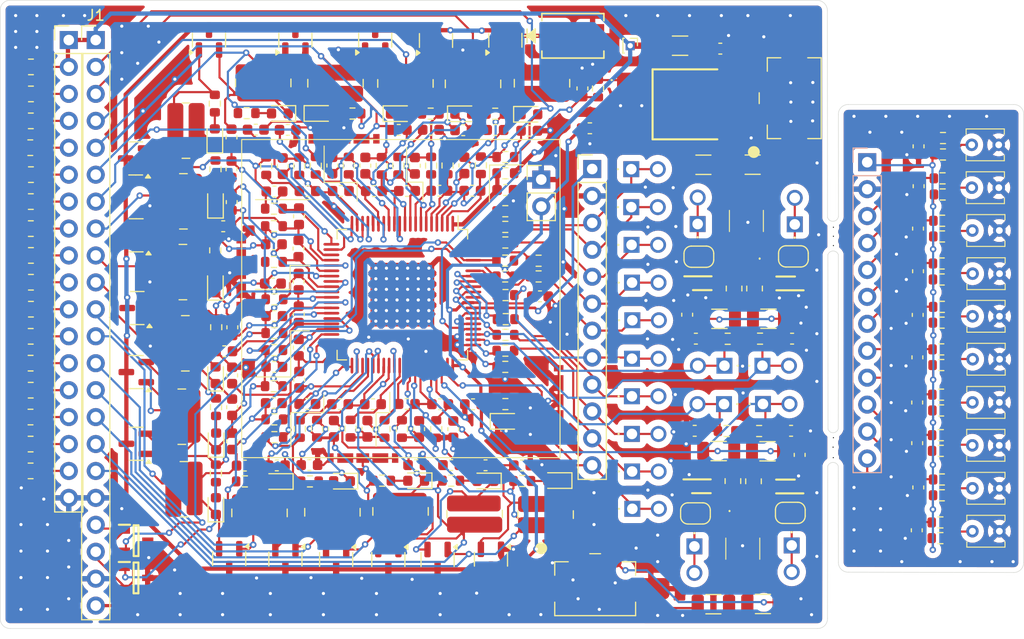
<source format=kicad_pcb>
(kicad_pcb
	(version 20240108)
	(generator "pcbnew")
	(generator_version "8.0")
	(general
		(thickness 1.6)
		(legacy_teardrops no)
	)
	(paper "A4")
	(layers
		(0 "F.Cu" signal)
		(1 "In1.Cu" signal)
		(2 "In2.Cu" signal)
		(31 "B.Cu" signal)
		(32 "B.Adhes" user "B.Adhesive")
		(33 "F.Adhes" user "F.Adhesive")
		(34 "B.Paste" user)
		(35 "F.Paste" user)
		(36 "B.SilkS" user "B.Silkscreen")
		(37 "F.SilkS" user "F.Silkscreen")
		(38 "B.Mask" user)
		(39 "F.Mask" user)
		(40 "Dwgs.User" user "User.Drawings")
		(41 "Cmts.User" user "User.Comments")
		(42 "Eco1.User" user "User.Eco1")
		(43 "Eco2.User" user "User.Eco2")
		(44 "Edge.Cuts" user)
		(45 "Margin" user)
		(46 "B.CrtYd" user "B.Courtyard")
		(47 "F.CrtYd" user "F.Courtyard")
		(48 "B.Fab" user)
		(49 "F.Fab" user)
		(50 "User.1" user)
		(51 "User.2" user)
		(52 "User.3" user)
		(53 "User.4" user)
		(54 "User.5" user)
		(55 "User.6" user)
		(56 "User.7" user)
		(57 "User.8" user)
		(58 "User.9" user)
	)
	(setup
		(stackup
			(layer "F.SilkS"
				(type "Top Silk Screen")
			)
			(layer "F.Paste"
				(type "Top Solder Paste")
			)
			(layer "F.Mask"
				(type "Top Solder Mask")
				(thickness 0.01)
			)
			(layer "F.Cu"
				(type "copper")
				(thickness 0.035)
			)
			(layer "dielectric 1"
				(type "prepreg")
				(thickness 0.1)
				(material "FR4")
				(epsilon_r 4.5)
				(loss_tangent 0.02)
			)
			(layer "In1.Cu"
				(type "copper")
				(thickness 0.035)
			)
			(layer "dielectric 2"
				(type "core")
				(thickness 1.24)
				(material "FR4")
				(epsilon_r 4.5)
				(loss_tangent 0.02)
			)
			(layer "In2.Cu"
				(type "copper")
				(thickness 0.035)
			)
			(layer "dielectric 3"
				(type "prepreg")
				(thickness 0.1)
				(material "FR4")
				(epsilon_r 4.5)
				(loss_tangent 0.02)
			)
			(layer "B.Cu"
				(type "copper")
				(thickness 0.035)
			)
			(layer "B.Mask"
				(type "Bottom Solder Mask")
				(thickness 0.01)
			)
			(layer "B.Paste"
				(type "Bottom Solder Paste")
			)
			(layer "B.SilkS"
				(type "Bottom Silk Screen")
			)
			(copper_finish "None")
			(dielectric_constraints no)
		)
		(pad_to_mask_clearance 0)
		(allow_soldermask_bridges_in_footprints no)
		(pcbplotparams
			(layerselection 0x00010fc_ffffffff)
			(plot_on_all_layers_selection 0x0000000_00000000)
			(disableapertmacros no)
			(usegerberextensions no)
			(usegerberattributes yes)
			(usegerberadvancedattributes yes)
			(creategerberjobfile yes)
			(dashed_line_dash_ratio 12.000000)
			(dashed_line_gap_ratio 3.000000)
			(svgprecision 4)
			(plotframeref no)
			(viasonmask no)
			(mode 1)
			(useauxorigin no)
			(hpglpennumber 1)
			(hpglpenspeed 20)
			(hpglpendiameter 15.000000)
			(pdf_front_fp_property_popups yes)
			(pdf_back_fp_property_popups yes)
			(dxfpolygonmode yes)
			(dxfimperialunits yes)
			(dxfusepcbnewfont yes)
			(psnegative no)
			(psa4output no)
			(plotreference yes)
			(plotvalue yes)
			(plotfptext yes)
			(plotinvisibletext no)
			(sketchpadsonfab no)
			(subtractmaskfromsilk no)
			(outputformat 1)
			(mirror no)
			(drillshape 0)
			(scaleselection 1)
			(outputdirectory "gerber/")
		)
	)
	(net 0 "")
	(net 1 "/FilterBalancingNetwork/CB")
	(net 2 "/FilterBalancingNetwork/CB:A")
	(net 3 "/FilterBalancingNetwork/CA")
	(net 4 "/Cell 15{slash}16")
	(net 5 "/S16P")
	(net 6 "/Cell 15{slash}14")
	(net 7 "/S15P")
	(net 8 "/FilterBalancingNetwork1/CB:A")
	(net 9 "/FilterBalancingNetwork1/CB")
	(net 10 "/FilterBalancingNetwork1/CA")
	(net 11 "/Cell 14{slash}13")
	(net 12 "/S14P")
	(net 13 "/Cell 13{slash}12")
	(net 14 "/S13P")
	(net 15 "/FilterBalancingNetwork2/CB:A")
	(net 16 "/FilterBalancingNetwork2/CB")
	(net 17 "/FilterBalancingNetwork2/CA")
	(net 18 "/Cell 12{slash}11")
	(net 19 "/S12P")
	(net 20 "/S11P")
	(net 21 "/Cell 11{slash}10")
	(net 22 "/FilterBalancingNetwork3/CB:A")
	(net 23 "/FilterBalancingNetwork3/CB")
	(net 24 "/FilterBalancingNetwork3/CA")
	(net 25 "/S10P")
	(net 26 "/Cell 10{slash}9")
	(net 27 "/S9P")
	(net 28 "/Cell 9{slash}8")
	(net 29 "/FilterBalancingNetwork4/CB:A")
	(net 30 "/FilterBalancingNetwork4/CB")
	(net 31 "/FilterBalancingNetwork4/CA")
	(net 32 "/S8P")
	(net 33 "/Cell 8{slash}7")
	(net 34 "/Cell 7{slash}6")
	(net 35 "/S7P")
	(net 36 "/FilterBalancingNetwork5/CB:A")
	(net 37 "/FilterBalancingNetwork5/CB")
	(net 38 "/FilterBalancingNetwork5/CA")
	(net 39 "/S6P")
	(net 40 "/Cell 6{slash}5")
	(net 41 "/Cell 5{slash}4")
	(net 42 "/S5P")
	(net 43 "/FilterBalancingNetwork6/CB")
	(net 44 "/FilterBalancingNetwork6/CB:A")
	(net 45 "/FilterBalancingNetwork6/CA")
	(net 46 "/S4P")
	(net 47 "/Cell 4{slash}3")
	(net 48 "/S3P")
	(net 49 "/FilterBalancingNetwork7/CB:A")
	(net 50 "/FilterBalancingNetwork7/CB")
	(net 51 "/FilterBalancingNetwork7/CA")
	(net 52 "/S2P")
	(net 53 "GND")
	(net 54 "/S1P")
	(net 55 "Net-(U1-V+)")
	(net 56 "Net-(U1-DRIVE)")
	(net 57 "Net-(U1-VREF1)")
	(net 58 "+5V")
	(net 59 "Net-(Q1-C)")
	(net 60 "Net-(U1-IPB)")
	(net 61 "Net-(U1-CSB(IMA))")
	(net 62 "Net-(U1-IMB)")
	(net 63 "Net-(U1-SCK(IPA))")
	(net 64 "Net-(C11-Pad2)")
	(net 65 "Net-(C12-Pad2)")
	(net 66 "Net-(J10-Pin_1)")
	(net 67 "Clamp")
	(net 68 "Net-(J11-Pin_1)")
	(net 69 "Net-(D4-A2)")
	(net 70 "Net-(D5-A2)")
	(net 71 "Net-(D6-A2)")
	(net 72 "Net-(D7-A2)")
	(net 73 "Net-(D18-A)")
	(net 74 "Net-(D21-A)")
	(net 75 "Net-(D22-A)")
	(net 76 "Net-(D8-A)")
	(net 77 "Net-(D9-A)")
	(net 78 "Net-(D10-A)")
	(net 79 "Net-(D25-A)")
	(net 80 "Net-(D26-A)")
	(net 81 "Net-(D13-A)")
	(net 82 "Net-(D14-A)")
	(net 83 "Net-(D29-A)")
	(net 84 "Net-(D30-A)")
	(net 85 "Net-(D17-A)")
	(net 86 "Net-(Q1-E)")
	(net 87 "Net-(Q1-B)")
	(net 88 "VBUS")
	(net 89 "Net-(D33-A)")
	(net 90 "Net-(D34-A)")
	(net 91 "Net-(D37-A)")
	(net 92 "Net-(D38-A)")
	(net 93 "Net-(J5-Pin_9)")
	(net 94 "Net-(J5-Pin_8)")
	(net 95 "/TMP_SDA")
	(net 96 "Net-(J5-Pin_3)")
	(net 97 "/TMP_SCL")
	(net 98 "Net-(J5-Pin_4)")
	(net 99 "Net-(J5-Pin_10)")
	(net 100 "Net-(J5-Pin_5)")
	(net 101 "Net-(J5-Pin_7)")
	(net 102 "Net-(J5-Pin_6)")
	(net 103 "Net-(U1-GPIO1)")
	(net 104 "Net-(U1-GPIO2)")
	(net 105 "Net-(U1-GPIO3)")
	(net 106 "Net-(U1-GPIO6)")
	(net 107 "Net-(U1-GPIO7)")
	(net 108 "Net-(U1-GPIO8)")
	(net 109 "Net-(U1-GPIO9)")
	(net 110 "Net-(U1-GPIO10)")
	(net 111 "Net-(R87-Pad2)")
	(net 112 "/NTC/V_out_1")
	(net 113 "/NTC/V_out_5")
	(net 114 "/NTC/V_out_2")
	(net 115 "/NTC/V_out_6")
	(net 116 "/NTC/V_out_3")
	(net 117 "/NTC/V_out_7")
	(net 118 "/NTC/V_out_4")
	(net 119 "/NTC/V_out_8")
	(net 120 "/NTC/V_out_9")
	(net 121 "/NTC/V_out_10")
	(net 122 "Net-(JP4-B)")
	(net 123 "Net-(JP1-B)")
	(net 124 "Net-(JP3-B)")
	(net 125 "Net-(JP2-B)")
	(net 126 "Net-(JP4-A)")
	(net 127 "Net-(JP1-A)")
	(net 128 "Net-(JP2-A)")
	(net 129 "Net-(JP3-A)")
	(net 130 "Net-(R85-Pad2)")
	(net 131 "Net-(R86-Pad2)")
	(net 132 "Net-(R88-Pad2)")
	(net 133 "Net-(R93-Pad2)")
	(net 134 "Net-(R95-Pad2)")
	(net 135 "Net-(R94-Pad2)")
	(net 136 "Net-(R102-Pad2)")
	(net 137 "Net-(R100-Pad1)")
	(net 138 "Net-(R101-Pad2)")
	(net 139 "unconnected-(U1-NC-Pad66)")
	(net 140 "GND1")
	(net 141 "+5V_NTC")
	(net 142 "Net-(J5-Pin_11)")
	(net 143 "Net-(J5-Pin_12)")
	(net 144 "/C 3{slash}2")
	(net 145 "/Cell 3{slash}2")
	(net 146 "/Cell 2{slash}1")
	(net 147 "/C 5{slash}4")
	(net 148 "/C 7{slash}6")
	(net 149 "/C 13{slash}12")
	(net 150 "/C 14{slash}13")
	(net 151 "/C 11{slash}10")
	(net 152 "/C 15{slash}14")
	(net 153 "/C 4{slash}3")
	(net 154 "/C 9{slash}8")
	(net 155 "/C 6{slash}5")
	(net 156 "/C 8{slash}7")
	(net 157 "/C 12{slash}11")
	(net 158 "/C 15{slash}16")
	(net 159 "/C 10{slash}9")
	(net 160 "/Cell 16")
	(net 161 "/C 2{slash}1")
	(net 162 "+5V_ref2")
	(net 163 "Net-(J11-Pin_3)")
	(net 164 "Net-(J10-Pin_3)")
	(footprint "Resistor_SMD:R_0603_1608Metric" (layer "F.Cu") (at 112.27 75.8 -90))
	(footprint "Resistor_SMD:R_0805_2012Metric" (layer "F.Cu") (at 161.2 93.24 90))
	(footprint "Resistor_SMD:R_0805_2012Metric" (layer "F.Cu") (at 94.91 110.44))
	(footprint "Capacitor_SMD:C_0603_1608Metric" (layer "F.Cu") (at 167.38 108.93 90))
	(footprint "Capacitor_SMD:C_0603_1608Metric" (layer "F.Cu") (at 178.585 79.83 -90))
	(footprint "Connector_PinHeader_2.54mm:PinHeader_1x22_P2.54mm_Vertical" (layer "F.Cu") (at 101.0475 69.805))
	(footprint "Resistor_SMD:R_0603_1608Metric" (layer "F.Cu") (at 117.88 105.58))
	(footprint "Resistor_SMD:R_1206_3216Metric" (layer "F.Cu") (at 156.11 70.34))
	(footprint "Slave:5025" (layer "F.Cu") (at 151.57 103.405))
	(footprint "Slave:Balancing" (layer "F.Cu") (at 122.8 114.34 90))
	(footprint "LED_SMD:LED_0603_1608Metric" (layer "F.Cu") (at 139.71 105.77))
	(footprint "Slave:SMBJ75A-13-F" (layer "F.Cu") (at 146.01 69.41))
	(footprint "Capacitor_SMD:C_0603_1608Metric" (layer "F.Cu") (at 178.535 91.61 -90))
	(footprint "Slave:5025" (layer "F.Cu") (at 160.29 100.52 180))
	(footprint "Capacitor_SMD:C_0603_1608Metric" (layer "F.Cu") (at 130.38 84.04 180))
	(footprint "Resistor_SMD:R_0603_1608Metric" (layer "F.Cu") (at 124.89 81.65 -90))
	(footprint "Slave:Balancing" (layer "F.Cu") (at 115.93 114.4 90))
	(footprint "Slave:5025" (layer "F.Cu") (at 151.59 110.495))
	(footprint "Slave:5025" (layer "F.Cu") (at 151.54 89.125))
	(footprint "Package_TO_SOT_SMD:SOT-23" (layer "F.Cu") (at 133.11 69.85 90))
	(footprint "Resistor_SMD:R_0805_2012Metric" (layer "F.Cu") (at 94.93 87.59))
	(footprint "Resistor_SMD:R_0603_1608Metric" (layer "F.Cu") (at 180.885 79.05 180))
	(footprint "Resistor_SMD:R_0603_1608Metric" (layer "F.Cu") (at 117.89 94.26))
	(footprint "Resistor_SMD:R_0805_2012Metric" (layer "F.Cu") (at 94.92 102.83))
	(footprint "Slave:NTCLE203E3103JB0" (layer "F.Cu") (at 183.595 79.69))
	(footprint "Resistor_SMD:R_0603_1608Metric" (layer "F.Cu") (at 160.5 106.68))
	(footprint "Package_TO_SOT_SMD:SOT-23" (layer "F.Cu") (at 138.29 118.77 -90))
	(footprint "Resistor_SMD:R_0603_1608Metric" (layer "F.Cu") (at 139.68 96.13))
	(footprint "LED_SMD:LED_0603_1608Metric" (layer "F.Cu") (at 144.435001 111.349998 180))
	(footprint "Jumper:SolderJumper-2_P1.3mm_Open_RoundedPad1.0x1.5mm" (layer "F.Cu") (at 157.56 114.45 180))
	(footprint "Resistor_SMD:R_0603_1608Metric" (layer "F.Cu") (at 112.31 89.64 -90))
	(footprint "Resistor_SMD:R_0603_1608Metric" (layer "F.Cu") (at 139.64 85.95))
	(footprint "Inductor_SMD:L_0603_1608Metric" (layer "F.Cu") (at 147.61 78.13 180))
	(footprint "LED_SMD:LED_0603_1608Metric" (layer "F.Cu") (at 112.37 113.76 90))
	(footprint "Package_TO_SOT_SMD:SOT-23" (layer "F.Cu") (at 119.86 69.82 90))
	(footprint "Capacitor_SMD:C_0603_1608Metric" (layer "F.Cu") (at 127.26 84.05 180))
	(footprint "Resistor_SMD:R_0603_1608Metric" (layer "F.Cu") (at 112.33 81.99 -90))
	(footprint "Capacitor_SMD:C_0603_1608Metric" (layer "F.Cu") (at 113.06 87.37 180))
	(footprint "Capacitor_SMD:C_1206_3216Metric"
		(layer "F.Cu")
		(uuid "2a3e99d7-2a68-4a1d-ae24-47d06b1c5f10")
		(at 159.25 123.01 180)
		(descr "Capacitor SMD 1206 (3216 Metric), square (rectangular) end terminal, IPC_7351 nominal, (Body size source: IPC-SM-782 page 76, https://www.pcb-3d.com/wordpress/wp-content/uploads/ipc-sm-782a_amendment_1_and_2.pdf), generated with kicad-footprint-generator")
		(tags "capacitor")
		(property "Reference" "C16"
			(at 4.17 0 0)
			(layer "F.SilkS")
			(hide yes)
			(uuid "4e68dc27-4470-4ca9-a6df-2d1f5b8ffbee")
			(effects
				(font
					(size 1 1)
					(thickness 0.15)
				)
			)
		)
		(property "Value" "22n"
			(at 0 1.85 180)
			(layer "F.Fab")
			(hide yes)
			(uuid "a5c37554-1339-460c-84de-933ff46b48e1")
			(effects
				(font
					(size 1 1)
					(thickness 0.15)
				)
			)
		)
		(property "Footprint" "Capacitor_SMD:C_1206_3216Metric"
			(at 0 0 180)
			(unlocked yes)
			(layer "F.Fab")
			(hide yes)
			(uuid "21e84e95-7e1b-44cc-bfd6-92247417b325")
			(effects
				(font
					(size 1.27 1.27)
				)
			)
		)
		(property "Datasheet" ""
			(at 0 0 180)
			(unlocked yes)
			(layer "F.Fab")
			(hide yes)
			(uuid "43ab8ee8-79c5-4348-bc2b-5f4d50f58d7f")
			(effects
				(font
					(size 1.27 1.27)
				)
			)
		)
		(property "Description" "Unpolarized capacitor"
			(at 0 0 180)
			(unlocked yes)
			(layer "F.Fab")
			(hide yes)
			(uuid "333b5c61-7f86-4c53-afb2-9de004ac0c9e")
			(effects
				(font
					(size 1.27 1.27)
				)
			)
		)
		(property ki_fp_filters "C_*")
		(path "/403dc6bc-5d00-4d33-a485-302a23f5db50")
		(sheetname "Stammblatt")
		(sheetfile "FT25_AMS_Slave.kicad_sch")
		(attr smd)
		(fp_line
			(start -0.711252 0.91)
			(end 0.711252 0.91)
			(stroke
				(width 0.12)
				(type solid)
			)
			(layer "F.SilkS")
			(uuid "b7ef29da-d5de-4023-9401
... [3084171 chars truncated]
</source>
